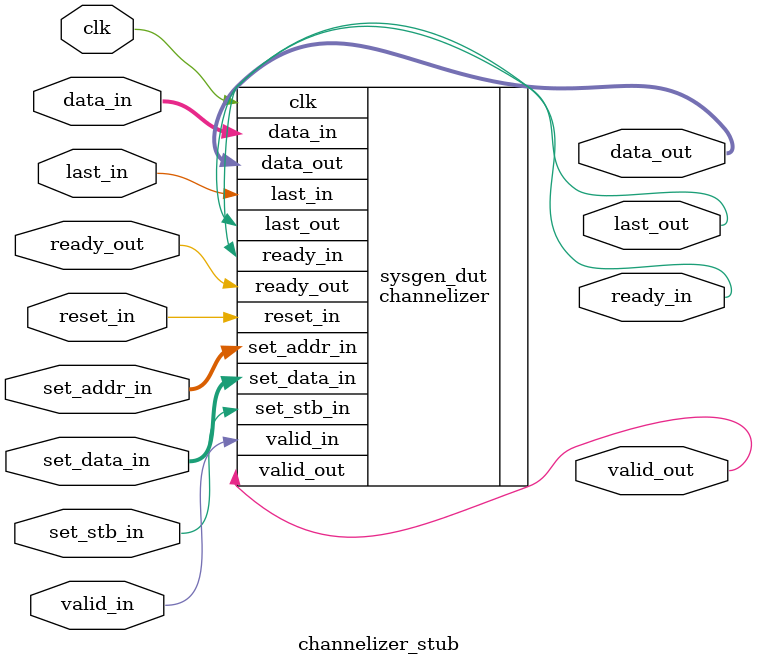
<source format=v>
`timescale 1 ns / 10 ps
module channelizer_stub (
  input [32-1:0] data_in,
  input [1-1:0] last_in,
  input [1-1:0] reset_in,
  input [8-1:0] set_addr_in,
  input [32-1:0] set_data_in,
  input [1-1:0] set_stb_in,
  input [1-1:0] valid_in,
  input [1-1:0] ready_out,
  input clk,
  output [1-1:0] ready_in,
  output [32-1:0] data_out,
  output [1-1:0] last_out,
  output [1-1:0] valid_out
);
  channelizer sysgen_dut (
    .data_in(data_in),
    .last_in(last_in),
    .reset_in(reset_in),
    .set_addr_in(set_addr_in),
    .set_data_in(set_data_in),
    .set_stb_in(set_stb_in),
    .valid_in(valid_in),
    .ready_out(ready_out),
    .clk(clk),
    .ready_in(ready_in),
    .data_out(data_out),
    .last_out(last_out),
    .valid_out(valid_out)
  );
endmodule

</source>
